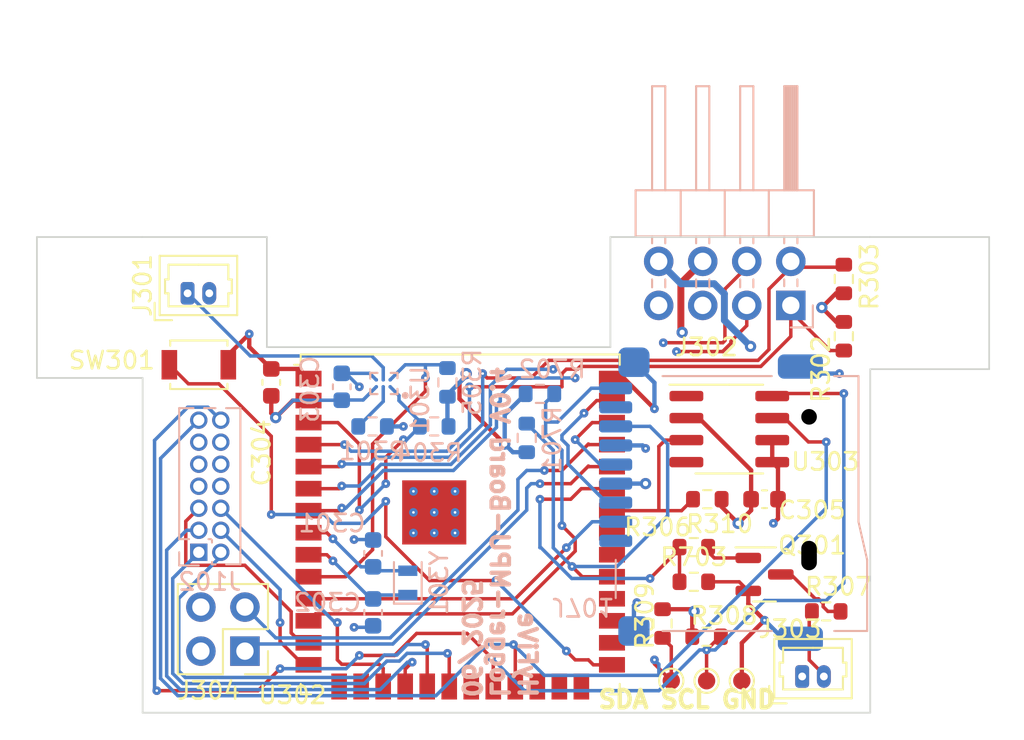
<source format=kicad_pcb>
(kicad_pcb (version 20241229) (generator "pcbnew") (generator_version "9.0")
  (layers (0 "F.Cu" signal) (4 "In1.Cu" power "In1.GND") (6 "In2.Cu" power "In2.PWR") (2 "B.Cu" signal) (13 "F.Paste" user) (15 "B.Paste" user) (5 "F.SilkS" user "F.Silkscreen") (7 "B.SilkS" user "B.Silkscreen") (1 "F.Mask" user) (3 "B.Mask" user) (25 "Edge.Cuts" user))
  (net 0 "")
  (net 1 "GND")
  (net 2 "+3V3")
  (net 3 "/MPU/I2C_BUS_SDA")
  (net 4 "/MPU/I2C_BUS_CLK")
  (net 5 "/MPU/Charge_Enable")
  (net 6 "+12V")
  (net 7 "+5V")
  (net 8 "/MPU/SD_V_SPI_CS")
  (net 9 "/MPU/SD_V_SPI_CLK")
  (net 10 "/MPU/SD_V_SPI_MISO")
  (net 11 "/MPU/~{PG}")
  (net 12 "/MPU/UART_RXD0")
  (net 13 "/MPU/UART_TXD0")
  (net 14 "/MPU/SD_V_SPI_MOSI")
  (net 15 "/MPU/~{STAT1}")
  (net 16 "/MPU/SD_CARD_DETECT")
  (net 17 "Net-(U302-IO15)")
  (net 18 "Net-(U302-IO16)")
  (net 19 "/MPU/~{STAT2}")
  (net 20 "/MPU/I2C_SMBus_SDA")
  (net 21 "/MPU/I2C_SMBus_SCL")
  (net 22 "/MPU/Interface_RST")
  (net 23 "/MPU/GPIO_Reserve_B2B")
  (net 25 "Net-(J301-Pin_1)")
  (net 26 "Net-(J303-Pin_2)")
  (net 29 "/MPU/RST")
  (net 30 "/MPU/LED_STATUS")
  (net 31 "/MPU/RTC_INTERRUPT")
  (net 32 "Net-(Q301-D)")
  (net 33 "Net-(Q301-G)")
  (net 34 "Net-(U301-SEL)")
  (net 35 "/MPU/ENABLE_12V")
  (net 36 "/MPU/ENABLE_5V")
  (net 37 "Net-(U301-{slash}SRESET)")
  (net 38 "Net-(U302-IO0)")
  (footprint "Package_SO:SOIC-8_3.9x4.9mm_P1.27mm" (layer "F.Cu") (at 199.442877 89.308012)
    (property "Reference" "U303")
    (property "Value" "DS3231MZ")
  )
  (footprint "Connector_PinHeader_2.54mm:PinHeader_2x02_P2.54mm_Vertical" (layer "F.Cu") (at 171.507877 102.113 180)
    (property "Reference" "J304")
    (property "Value" "Conn_02x02_Odd_Even")
  )
  (footprint "Resistor_SMD:R_0603_1608Metric" (layer "F.Cu") (at 198.172877 93.351012 180)
    (property "Reference" "R310")
    (property "Value" "10k")
  )
  (footprint "Resistor_SMD:R_0603_1608Metric" (layer "F.Cu") (at 206.046877 83.953012 -90)
    (property "Reference" "R302")
    (property "Value" "10k")
  )
  (footprint "MountingHole:MountingHole_3.2mm_M3_ISO7380" (layer "F.Cu") (at 211.299 81.28)
    (property "Reference" "H305" (hide yes))
    (property "Value" "MountingHole")
  )
  (footprint "Resistor_SMD:R_0603_1608Metric" (layer "F.Cu") (at 195.591877 100.521 -90)
    (property "Reference" "R309")
    (property "Value" "10k")
  )
  (footprint "Connector_Molex:Molex_PicoBlade_53047-0210_1x02_P1.25mm_Vertical" (layer "F.Cu") (at 168.200877 81.476)
    (property "Reference" "J301")
    (property "Value" "Conn_01x02")
  )
  (footprint "Resistor_SMD:R_0603_1608Metric" (layer "F.Cu") (at 198.131877 101.283)
    (property "Reference" "R308")
    (property "Value" "10k")
  )
  (footprint "Resistor_SMD:R_0603_1608Metric" (layer "F.Cu") (at 205.030877 99.822)
    (property "Reference" "R307")
    (property "Value" "75")
  )
  (footprint "Connector_Molex:Molex_PicoBlade_53047-0210_1x02_P1.25mm_Vertical" (layer "F.Cu") (at 203.643877 103.574)
    (property "Reference" "J303")
    (property "Value" "Conn_01x02")
  )
  (footprint "TestPoint:TestPoint_Pad_D1.0mm" (layer "F.Cu") (at 200.163877 103.823)
    (property "Reference" "TP303" (hide yes))
    (property "Value" "TestPoint")
  )
  (footprint "MountingHole:MountingHole_3.2mm_M3_ISO7380" (layer "F.Cu") (at 162.531 81.28)
    (property "Reference" "H303" (hide yes))
    (property "Value" "MountingHole")
  )
  (footprint "Resistor_SMD:R_0603_1608Metric" (layer "F.Cu") (at 197.395 96.114)
    (property "Reference" "R306")
    (property "Value" "47k")
  )
  (footprint "TestPoint:TestPoint_Pad_D1.0mm" (layer "F.Cu") (at 196.095877 103.823)
    (property "Reference" "TP302" (hide yes))
    (property "Value" "TestPoint")
  )
  (footprint "Resistor_SMD:R_0603_1608Metric" (layer "F.Cu") (at 206.046877 80.651012 90)
    (property "Reference" "R303")
    (property "Value" "10k")
  )
  (footprint "Package_TO_SOT_SMD:SOT-23" (layer "F.Cu") (at 201.474877 97.690012)
    (property "Reference" "Q301")
    (property "Value" "BSS138")
  )
  (footprint "Capacitor_SMD:C_0603_1608Metric" (layer "F.Cu") (at 173.026877 86.614 90)
    (property "Reference" "C304")
    (property "Value" "100nF 50V")
  )
  (footprint "Resistor_SMD:R_0603_1608Metric" (layer "F.Cu") (at 197.395 98.114)
    (property "Reference" "R703")
    (property "Value" "1M")
  )
  (footprint "Button_Switch_SMD:SW_SPST_B3U-1000P" (layer "F.Cu") (at 168.848877 85.598)
    (property "Reference" "SW301")
    (property "Value" "SW_Push")
  )
  (footprint "TestPoint:TestPoint_Pad_D1.0mm" (layer "F.Cu") (at 198.131877 103.823)
    (property "Reference" "TP301" (hide yes))
    (property "Value" "TestPoint")
  )
  (footprint "HER_Footprints:ESP32-S3-WROOM-1U" (layer "F.Cu") (at 174.924877 104.403012)
    (property "Reference" "U302")
    (property "Value" "ESP32-S3-WROOM-1U")
  )
  (footprint "Capacitor_SMD:C_0603_1608Metric" (layer "F.Cu") (at 201.474877 93.351012)
    (property "Reference" "C305")
    (property "Value" "100nF 50V")
  )
  (footprint "Capacitor_SMD:C_0603_1608Metric" (layer "B.Cu") (at 178.900881 99.877008 -90)
    (property "Reference" "C302")
    (property "Value" "20pF")
  )
  (footprint "Crystal:Crystal_SMD_TXC_9HT11-2Pin_2.0x1.2mm" (layer "B.Cu") (at 180.900877 98.177012 90)
    (property "Reference" "Y301")
    (property "Value" "Crystal")
  )
  (footprint "Connector_PinHeader_1.27mm:PinHeader_2x07_P1.27mm_Vertical" (layer "B.Cu") (at 168.845877 96.414012)
    (property "Reference" "J102")
    (property "Value" "FTS-107-01-F-D")
  )
  (footprint "Resistor_SMD:R_0603_1608Metric" (layer "B.Cu") (at 183.186877 86.614 90)
    (property "Reference" "R305")
    (property "Value" "10k")
  )
  (footprint "Resistor_SMD:R_0603_1608Metric" (layer "B.Cu") (at 182.424877 89.154 180)
    (property "Reference" "R304")
    (property "Value" "10k")
  )
  (footprint "Resistor_SMD:R_0603_1608Metric" (layer "B.Cu") (at 188.520877 87.276012)
    (property "Reference" "R702")
    (property "Value" "10k")
  )
  (footprint "MAX6071ANT25_T:WLP-6" (layer "B.Cu") (at 179.884877 86.868 90)
    (property "Reference" "U301")
    (property "Value" "MAX16125WTEG00+T")
  )
  (footprint "Connector_PinHeader_2.54mm:PinHeader_2x04_P2.54mm_Horizontal" (layer "B.Cu") (at 202.988877 82.175012 90)
    (property "Reference" "J302")
    (property "Value" "Conn_02x04_Counter_Clockwise")
  )
  (footprint "Capacitor_SMD:C_0603_1608Metric" (layer "B.Cu") (at 178.900881 96.47699 90)
    (property "Reference" "C301")
    (property "Value" "20pF")
  )
  (footprint "Resistor_SMD:R_0603_1608Metric" (layer "B.Cu") (at 178.868877 89.154)
    (property "Reference" "R301")
    (property "Value" "100k")
  )
  (footprint "Resistor_SMD:R_0603_1608Metric" (layer "B.Cu") (at 187.758877 89.816012 -90)
    (property "Reference" "R701")
    (property "Value" "10k")
  )
  (footprint "Capacitor_SMD:C_0603_1608Metric" (layer "B.Cu") (at 177.090877 86.868 90)
    (property "Reference" "C303")
    (property "Value" "100nF 50V")
  )
  (footprint "HER_Footprints:SD_CARD_693071020811" (layer "B.Cu") (at 192.891877 93.551012 -90)
    (property "Reference" "J701")
    (property "Value" "Micro_SD_Card_Det")
  )
  (gr_line (start 172.772877 84.582) (end 192.584877 84.582) (stroke (width 0.1)) (layer "Edge.Cuts"))
  (gr_line (start 207.548877 78.232) (end 214.428877 78.232) (stroke (width 0.1)) (layer "Edge.Cuts"))
  (gr_line (start 192.584877 78.232) (end 207.548877 78.232) (stroke (width 0.1)) (layer "Edge.Cuts"))
  (gr_line (start 214.428877 78.232) (end 214.428877 85.852) (stroke (width 0.1)) (layer "Edge.Cuts"))
  (gr_line (start 159.512 78.232) (end 159.512 86.36) (stroke (width 0.1)) (layer "Edge.Cuts"))
  (gr_line (start 214.428877 85.852) (end 207.570877 85.852) (stroke (width 0.1)) (layer "Edge.Cuts"))
  (gr_line (start 172.772877 84.582) (end 172.772877 78.232) (stroke (width 0.1)) (layer "Edge.Cuts"))
  (gr_line (start 207.570877 105.664) (end 165.608 105.664) (stroke (width 0.1)) (layer "Edge.Cuts"))
  (gr_line (start 165.572877 78.232) (end 172.772877 78.232) (stroke (width 0.1)) (layer "Edge.Cuts"))
  (gr_line (start 192.584877 84.582) (end 192.584877 78.232) (stroke (width 0.1)) (layer "Edge.Cuts"))
  (gr_line (start 207.570877 85.852) (end 207.570877 105.664) (stroke (width 0.1)) (layer "Edge.Cuts"))
  (gr_line (start 165.608 105.664) (end 165.608 86.36) (stroke (width 0.1)) (layer "Edge.Cuts"))
  (gr_line (start 159.512 86.36) (end 165.608 86.36) (stroke (width 0.1)) (layer "Edge.Cuts"))
  (gr_line (start 165.572877 78.232) (end 159.512 78.232) (stroke (width 0.1)) (layer "Edge.Cuts"))
  (gr_text "SDA SCL GND" (at 191.77 104.902 0) (layer "F.SilkS") (effects (font (size 1 1) (thickness 0.25)) (justify left)))
  (gr_text "HyFiVe\nLogger-MPU-Board V0.4\n06/2025" (at 186.182 104.902 270) (layer "B.SilkS") (effects (font (size 1 1) (thickness 0.25)) (justify left mirror)))
  (segment (start 200.537377 98.640012) (end 200.537377 99.3925) (width 0.25) (layer "F.Cu") (net 1))
  (segment (start 174.620865 85.839) (end 175.174877 86.393012) (width 0.25) (layer "F.Cu") (net 1))
  (segment (start 200.537377 99.3925) (end 201.474877 100.33) (width 0.25) (layer "F.Cu") (net 1))
  (segment (start 171.756877 83.82) (end 171.756877 84.569) (width 0.25) (layer "F.Cu") (net 1))
  (segment (start 171.756877 84.569) (end 173.026877 85.839) (width 0.25) (layer "F.Cu") (net 1))
  (segment (start 202.249877 91.545012) (end 201.917877 91.213012) (width 0.25) (layer "F.Cu") (net 1))
  (segment (start 193.379889 86.393012) (end 195.124877 88.138) (width 0.25) (layer "F.Cu") (net 1))
  (segment (start 201.917877 91.213012) (end 201.917877 89.943012) (width 0.25) (layer "F.Cu") (net 1))
  (segment (start 200.163877 103.823) (end 200.163877 101.641) (width 0.25) (layer "F.Cu") (net 1))
  (segment (start 202.249877 94.475) (end 201.982877 94.742) (width 0.25) (layer "F.Cu") (net 1))
  (segment (start 198.22 98.114) (end 200.011365 98.114) (width 0.2) (layer "F.Cu") (net 1))
  (segment (start 200.011365 98.114) (end 200.537377 98.640012) (width 0.2) (layer "F.Cu") (net 1))
  (segment (start 173.026877 85.839) (end 174.620865 85.839) (width 0.25) (layer "F.Cu") (net 1))
  (segment (start 192.670481 86.393012) (end 193.379889 86.393012) (width 0.25) (layer "F.Cu") (net 1))
  (segment (start 202.249877 93.351012) (end 202.249877 94.475) (width 0.25) (layer "F.Cu") (net 1))
  (segment (start 170.548877 85.028) (end 171.756877 83.82) (width 0.25) (layer "F.Cu") (net 1))
  (segment (start 202.249877 93.351012) (end 202.249877 91.545012) (width 0.25) (layer "F.Cu") (net 1))
  (segment (start 200.163877 101.641) (end 201.474877 100.33) (width 0.25) (layer "F.Cu") (net 1))
  (via (at 182.424877 95.298) (size 0.5) (drill 0.15) (layers "F.Cu" "B.Cu") (net 1))
  (via (at 201.982877 94.742) (size 0.5) (drill 0.15) (layers "F.Cu" "B.Cu") (net 1))
  (via (at 177.800878 100.739501) (size 0.5) (drill 0.15) (layers "F.Cu" "B.Cu") (net 1))
  (via (at 205.792877 86.106) (size 0.5) (drill 0.15) (layers "F.Cu" "B.Cu") (net 1))
  (via (at 194.108877 99.314) (size 0.5) (drill 0.15) (layers "F.Cu" "B.Cu") (net 1))
  (via (at 182.424877 94.113012) (size 0.5) (drill 0.15) (layers "F.Cu" "B.Cu") (net 1))
  (via (at 178.106877 86.868) (size 0.5) (drill 0.15) (layers "F.Cu" "B.Cu") (net 1))
  (via (at 183.624877 95.298) (size 0.5) (drill 0.15) (layers "F.Cu" "B.Cu") (net 1))
  (via (at 171.756877 83.82) (size 0.5) (drill 0.15) (layers "F.Cu" "B.Cu") (net 1))
  (via (at 181.224877 92.898) (size 0.5) (drill 0.15) (layers "F.Cu" "B.Cu") (net 1))
  (via (at 201.474877 100.33) (size 0.5) (drill 0.15) (layers "F.Cu" "B.Cu") (net 1))
  (via (at 181.224877 95.298) (size 0.5) (drill 0.15) (layers "F.Cu" "B.Cu") (net 1))
  (via (at 182.424877 92.898) (size 0.5) (drill 0.15) (layers "F.Cu" "B.Cu") (net 1))
  (via (at 183.624877 92.898) (size 0.5) (drill 0.15) (layers "F.Cu" "B.Cu") (net 1))
  (via (at 181.224877 94.113012) (size 0.5) (drill 0.15) (layers "F.Cu" "B.Cu") (net 1))
  (via (at 194.616877 90.424) (size 0.5) (drill 0.15) (layers "F.Cu" "B.Cu") (net 1))
  (via (at 195.124877 88.138) (size 0.5) (drill 0.15) (layers "F.Cu" "B.Cu") (net 1))
  (via (at 180.646877 89.154) (size 0.5) (drill 0.15) (layers "F.Cu" "B.Cu") (net 1))
  (via (at 177.800878 95.677001) (size 0.5) (drill 0.15) (layers "F.Cu" "B.Cu") (net 1))
  (via (at 183.624877 94.113012) (size 0.5) (drill 0.15) (layers "F.Cu" "B.Cu") (net 1))
  (segment (start 203.946865 86.106) (end 205.792877 86.106) (width 0.25) (layer "B.Cu") (net 1))
  (segment (start 193.941877 100.951012) (end 193.941877 99.481) (width 0.25) (layer "B.Cu") (net 1))
  (segment (start 195.124877 86.634012) (end 195.124877 88.138) (width 0.25) (layer "B.Cu") (net 1))
  (segment (start 179.693877 89.154) (end 180.646877 89.154) (width 0.25) (layer "B.Cu") (net 1))
  (segment (start 202.545889 101.401012) (end 201.474877 100.33) (width 0.25) (layer "B.Cu") (net 1))
  (segment (start 193.941877 99.481) (end 194.108877 99.314) (width 0.25) (layer "B.Cu") (net 1))
  (segment (start 192.891877 90.251012) (end 194.443889 90.251012) (width 0.25) (layer "B.Cu") (net 1))
  (segment (start 178.701 86.093) (end 177.090877 86.093) (width 0.2) (layer "B.Cu") (net 1))
  (segment (start 193.941877 85.451012) (end 195.124877 86.634012) (width 0.25) (layer "B.Cu") (net 1))
  (segment (start 178.900878 100.739501) (end 177.800878 100.739501) (width 0.2) (layer "B.Cu") (net 1))
  (segment (start 179.084877 86.468) (end 179.076 86.468) (width 0.2) (layer "B.Cu") (net 1))
  (segment (start 179.076 86.468) (end 178.701 86.093) (width 0.2) (layer "B.Cu") (net 1))
  (segment (start 177.331877 86.093) (end 178.106877 86.868) (width 0.2) (layer "B.Cu") (net 1))
  (segment (start 194.443889 90.251012) (end 194.616877 90.424) (width 0.25) (layer "B.Cu") (net 1))
  (segment (start 178.838378 95.677001) (end 177.800878 95.677001) (width 0.2) (layer "B.Cu") (net 1))
  (segment (start 200.699877 91.681) (end 197.691889 88.673012) (width 0.25) (layer "F.Cu") (net 2))
  (segment (start 195.591877 99.696) (end 197.284877 99.696) (width 0.25) (layer "F.Cu") (net 2))
  (segment (start 184.27 86.242395) (end 183.882366 86.630029) (width 0.25) (layer "F.Cu") (net 2))
  (segment (start 197.306877 101.283) (end 197.306877 99.926) (width 0.25) (layer "F.Cu") (net 2))
  (segment (start 206.046877 81.476012) (end 205.596865 81.476012) (width 0.25) (layer "F.Cu") (net 2))
  (segment (start 175.174877 87.663012) (end 174.263865 87.663012) (width 0.25) (layer "F.Cu") (net 2))
  (segment (start 198.997877 93.789) (end 199.950877 94.742) (width 0.25) (layer "F.Cu") (net 2))
  (segment (start 197.284877 99.696) (end 197.410877 99.822) (width 0.25) (layer "F.Cu") (net 2))
  (segment (start 205.596865 81.476012) (end 204.776877 82.296) (width 0.25) (layer "F.Cu") (net 2))
  (segment (start 205.608889 83.128012) (end 204.776877 82.296) (width 0.25) (layer "F.Cu") (net 2))
  (segment (start 183.882366 87.563489) (end 186.488877 90.17) (width 0.25) (layer "F.Cu") (net 2))
  (segment (start 200.699877 93.993) (end 199.950877 94.742) (width 0.25) (layer "F.Cu") (net 2))
  (segment (start 173.026877 87.389) (end 173.026877 88.392) (width 0.25) (layer "F.Cu") (net 2))
  (segment (start 174.263865 87.663012) (end 173.280877 88.646) (width 0.25) (layer "F.Cu") (net 2))
  (segment (start 184.27 86.10652) (end 184.27 86.242395) (width 0.25) (layer "F.Cu") (net 2))
  (segment (start 200.699877 93.351012) (end 200.699877 93.993) (width 0.25) (layer "F.Cu") (net 2))
  (segment (start 198.997877 93.351012) (end 198.997877 93.789) (width 0.25) (layer "F.Cu") (net 2))
  (segment (start 173.026877 88.392) (end 173.280877 88.646) (width 0.25) (layer "F.Cu") (net 2))
  (segment (start 206.046877 83.128012) (end 205.608889 83.128012) (width 0.25) (layer "F.Cu") (net 2))
  (segment (start 200.699877 93.351012) (end 200.699877 91.681) (width 0.25) (layer "F.Cu") (net 2))
  (segment (start 197.306877 99.926) (end 197.410877 99.822) (width 0.25) (layer "F.Cu") (net 2))
  (segment (start 183.882366 86.630029) (end 183.882366 87.563489) (width 0.25) (layer "F.Cu") (net 2))
  (via (at 173.280877 88.646) (size 0.65) (drill 0.3) (layers "F.Cu" "B.Cu") (net 2))
  (via (at 194.611889 92.451012) (size 0.65) (drill 0.3) (layers "F.Cu" "B.Cu") (net 2))
  (via (at 184.27 86.10652) (size 0.65) (drill 0.3) (layers "F.Cu" "B.Cu") (net 2))
  (via (at 204.776877 82.296) (size 0.65) (drill 0.3) (layers "F.Cu" "B.Cu") (net 2))
  (via (at 199.950877 94.742) (size 0.65) (drill 0.3) (layers "F.Cu" "B.Cu") (net 2))
  (via (at 186.488877 90.17) (size 0.65) (drill 0.3) (layers "F.Cu" "B.Cu") (net 2))
  (via (at 197.410877 99.822) (size 0.65) (drill 0.3) (layers "F.Cu" "B.Cu") (net 2))
  (via (at 200.666404 84.539526) (size 0.65) (drill 0.3) (layers "F.Cu" "B.Cu") (net 2))
  (segment (start 184.27 86.242395) (end 183.186877 87.325518) (width 0.25) (layer "B.Cu") (net 2))
  (segment (start 187.758877 90.641012) (end 186.959889 90.641012) (width 0.25) (layer "B.Cu") (net 2))
  (segment (start 179.084877 86.868) (end 178.322877 87.63) (width 0.2) (layer "B.Cu") (net 2))
  (segment (start 199.158388 81.507511) (end 199.158388 83.031511) (width 0.4) (layer "B.Cu") (net 2))
  (segment (start 184.27 86.10652) (end 184.27 86.242395) (width 0.25) (layer "B.Cu") (net 2))
  (segment (start 196.659366 80.925501) (end 198.576378 80.925501) (width 0.4) (layer "B.Cu") (net 2))
  (segment (start 198.576378 80.925501) (end 199.158388 81.507511) (width 0.4) (layer "B.Cu") (net 2))
  (segment (start 174.283877 87.643) (end 173.280877 88.646) (width 0.2) (layer "B.Cu") (net 2))
  (segment (start 186.488877 88.483012) (end 186.488877 90.17) (width 0.25) (layer "B.Cu") (net 2))
  (segment (start 183.186877 87.439) (end 183.186877 89.091) (width 0.25) (layer "B.Cu") (net 2))
  (segment (start 186.959889 90.641012) (end 186.488877 90.17) (width 0.25) (layer "B.Cu") (net 2))
  (segment (start 178.322877 87.63) (end 177.103877 87.63) (width 0.2) (layer "B.Cu") (net 2))
  (segment (start 199.158388 83.031511) (end 200.666404 84.539526) (width 0.4) (layer "B.Cu") (net 2))
  (segment (start 177.090877 87.643) (end 174.283877 87.643) (width 0.2) (layer "B.Cu") (net 2))
  (segment (start 192.891877 92.451012) (end 194.611889 92.451012) (width 0.25) (layer "B.Cu") (net 2))
  (segment (start 187.695877 87.276012) (end 186.488877 88.483012) (width 0.25) (layer "B.Cu") (net 2))
  (segment (start 177.103877 87.63) (end 177.090877 87.643) (width 0.2) (layer "B.Cu") (net 2))
  (segment (start 195.368877 79.635012) (end 196.659366 80.925501) (width 0.4) (layer "B.Cu") (net 2))
  (segment (start 201.258388 85.693501) (end 190.846794 85.693501) (width 0.2) (layer "F.Cu") (net 3))
  (segment (start 190.688295 85.852) (end 190.044877 85.852) (width 0.2) (layer "F.Cu") (net 3))
  (segment (start 202.988877 83.963012) (end 201.258388 85.693501) (width 0.2) (layer "F.Cu") (net 3))
  (segment (start 205.254877 84.778012) (end 202.988877 82.512012) (width 0.2) (layer "F.Cu") (net 3))
  (segment (start 175.174877 90.203012) (end 177.244877 90.203012) (width 0.2) (layer "F.Cu") (net 3))
  (segment (start 206.046877 84.778012) (end 205.254877 84.778012) (width 0.2) (layer "F.Cu") (net 3))
  (segment (start 189.790877 86.868) (end 184.456877 86.868) (width 0.2) (layer "F.Cu") (net 3))
  (segment (start 189.790877 86.106) (end 189.790877 86.868) (width 0.2) (layer "F.Cu") (net 3))
  (segment (start 202.988877 82.512012) (end 202.988877 83.963012) (width 0.2) (layer "F.Cu") (net 3))
  (segment (start 190.044877 85.852) (end 189.790877 86.106) (width 0.2) (layer "F.Cu") (net 3))
  (segment (start 190.846794 85.693501) (end 190.688295 85.852) (width 0.2) (layer "F.Cu") (net 3))
  (via (at 177.244877 90.203012) (size 0.5) (drill 0.15) (layers "F.Cu" "B.Cu") (net 3))
  (via (at 184.456877 86.868) (size 0.5) (drill 0.15) (layers "F.Cu" "B.Cu") (net 3))
  (segment (start 183.161409 90.58248) (end 184.456877 89.287012) (width 0.2) (layer "B.Cu") (net 3))
  (segment (start 177.624345 90.58248) (end 183.161409 90.58248) (width 0.2) (layer "B.Cu") (net 3))
  (segment (start 184.456877 89.287012) (end 184.456877 86.868) (width 0.2) (layer "B.Cu") (net 3))
  (segment (start 177.244877 90.203012) (end 177.624345 90.58248) (width 0.2) (layer "B.Cu") (net 3))
  (segment (start 201.728877 81.232012) (end 201.728877 84.715012) (width 0.2) (layer "F.Cu") (net 4))
  (segment (start 201.099908 85.343981) (end 189.028896 85.343981) (width 0.2) (layer "F.Cu") (net 4))
  (segment (start 201.728877 84.715012) (end 201.099908 85.343981) (width 0.2) (layer "F.Cu") (net 4))
  (segment (start 176.936877 91.473012) (end 177.090877 91.319012) (width 0.2) (layer "F.Cu") (net 4))
  (segment (start 185.472877 86.36) (end 185.218877 86.106) (width 0.2) (layer "F.Cu") (net 4))
  (segment (start 202.988877 79.972012) (end 201.728877 81.232012) (width 0.2) (layer "F.Cu") (net 4))
  (segment (start 189.028896 85.343981) (end 188.012877 86.36) (width 0.2) (layer "F.Cu") (net 4))
  (segment (start 205.900877 79.972012) (end 202.988877 79.972012) (width 0.2) (layer "F.Cu") (net 4))
  (segment (start 188.012877 86.36) (end 185.472877 86.36) (width 0.2) (layer "F.Cu") (net 4))
  (segment (start 175.174877 91.473012) (end 176.936877 91.473012) (width 0.2) (layer "F.Cu") (net 4))
  (via (at 185.218877 86.106) (size 0.5) (drill 0.15) (layers "F.Cu" "B.Cu") (net 4))
  (via (at 177.090877 91.319012) (size 0.5) (drill 0.15) (layers "F.Cu" "B.Cu") (net 4))
  (segment (start 179.097409 90.932) (end 183.306185 90.932) (width 0.2) (layer "B.Cu") (net 4))
  (segment (start 177.090877 91.319012) (end 178.710397 91.319012) (width 0.2) (layer "B.Cu") (net 4))
  (segment (start 185.218877 89.019308) (end 185.218877 86.106) (width 0.2) (layer "B.Cu") (net 4))
  (segment (start 178.710397 91.319012) (end 179.097409 90.932) (width 0.2) (layer "B.Cu") (net 4))
  (segment (start 183.306185 90.932) (end 185.218877 89.019308) (width 0.2) (layer "B.Cu") (net 4))
  (segment (start 180.749877 103.154012) (end 181.154877 102.749012) (width 0.2) (layer "F.Cu") (net 5))
  (segment (start 180.749877 104.153012) (end 180.749877 103.154012) (width 0.2) (layer "F.Cu") (net 5))
  (via (at 181.154877 102.749012) (size 0.5) (drill 0.15) (layers "F.Cu" "B.Cu") (net 5))
  (segment (start 179.303838 104.331039) (end 180.830877 102.804) (width 0.2) (layer "B.Cu") (net 5))
  (segment (start 166.993839 103.546567) (end 167.778316 104.331039) (width 0.2) (layer "B.Cu") (net 5))
  (segment (start 166.993838 96.288945) (end 166.993839 103.546567) (width 0.2) (layer "B.Cu") (net 5))
  (segment (start 168.138771 95.144012) (end 166.993838 96.288945) (width 0.2) (layer "B.Cu") (net 5))
  (segment (start 167.778316 104.331039) (end 179.303838 104.331039) (width 0.2) (layer "B.Cu") (net 5))
  (segment (start 180.830877 102.804) (end 180.885865 102.749012) (width 0.2) (layer "B.Cu") (net 5))
  (segment (start 180.885865 102.749012) (end 181.154877 102.749012) (width 0.2) (layer "B.Cu") (net 5))
  (segment (start 168.845877 95.144012) (end 168.138771 95.144012) (width 0.2) (layer "B.Cu") (net 5))
  (segment (start 196.648877 80.895012) (end 196.648877 83.655688) (width 0.4) (layer "F.Cu") (net 6))
  (segment (start 197.908877 79.635012) (end 196.721689 80.8222) (width 0.4) (layer "F.Cu") (net 6))
  (segment (start 196.648877 83.655688) (end 196.721689 83.7285) (width 0.4) (layer "F.Cu") (net 6))
  (segment (start 196.721689 80.8222) (end 196.648877 80.895012) (width 0.4) (layer "F.Cu") (net 6))
  (via (at 196.721689 83.7285) (size 0.65) (drill 0.3) (layers "F.Cu" "B.Cu") (net 6))
  (segment (start 187.096877 99.093012) (end 190.044877 96.145012) (width 0.2) (layer "F.Cu") (net 8))
  (segment (start 175.174877 99.093012) (end 187.096877 99.093012) (width 0.2) (layer "F.Cu") (net 8))
  (via (at 190.044877 96.145012) (size 0.5) (drill 0.15) (layers "F.Cu" "B.Cu") (net 8))
  (segment (start 191.538877 94.651012) (end 190.044877 96.145012) (width 0.2) (layer "B.Cu") (net 8))
  (segment (start 192.891877 94.651012) (end 191.538877 94.651012) (width 0.2) (layer "B.Cu") (net 8))
  (segment (start 191.535865 88.933012) (end 190.552877 89.916) (width 0.2) (layer "F.Cu") (net 9))
  (segment (start 192.674877 88.933012) (end 191.535865 88.933012) (width 0.2) (layer "F.Cu") (net 9))
  (via (at 190.552877 89.916) (size 0.5) (drill 0.15) (layers "F.Cu" "B.Cu") (net 9))
  (segment (start 190.552877 89.916) (end 191.987889 91.351012) (width 0.2) (layer "B.Cu") (net 9))
  (segment (start 191.987889 91.351012) (end 192.891877 91.351012) (width 0.2) (layer "B.Cu") (net 9))
  (segment (start 192.674877 97.823012) (end 190.960877 97.823012) (width 0.2) (layer "F.Cu") (net 10))
  (segment (start 190.960877 97.823012) (end 190.370285 97.23242) (width 0.2) (layer "F.Cu") (net 10))
  (via (at 190.370285 97.23242) (size 0.5) (drill 0.15) (layers "F.Cu" "B.Cu") (net 10))
  (segment (start 192.891877 89.151012) (end 194.867889 89.151012) (width 0.2) (layer "B.Cu") (net 10))
  (segment (start 192.96083 97.23242) (end 190.370285 97.23242) (width 0.2) (layer "B.Cu") (net 10))
  (segment (start 195.886877 90.17) (end 195.886877 94.306373) (width 0.2) (layer "B.Cu") (net 10))
  (segment (start 187.758877 88.991012) (end 189.291366 90.523501) (width 0.2) (layer "B.Cu") (net 10))
  (segment (start 194.867889 89.151012) (end 195.886877 90.17) (width 0.2) (layer "B.Cu") (net 10))
  (segment (start 195.886877 94.306373) (end 192.96083 97.23242) (width 0.2) (layer "B.Cu") (net 10))
  (segment (start 189.291366 96.153501) (end 190.370285 97.23242) (width 0.2) (layer "B.Cu") (net 10))
  (segment (start 189.291366 90.523501) (end 189.291366 96.153501) (width 0.2) (layer "B.Cu") (net 10))
  (segment (start 174.874877 102.903012) (end 173.534877 101.563012) (width 0.2) (layer "F.Cu") (net 11))
  (segment (start 173.534877 101.563012) (end 173.534877 100.463012) (width 0.2) (layer "F.Cu") (net 11))
  (via (at 173.534877 100.463012) (size 0.5) (drill 0.15) (layers "F.Cu" "B.Cu") (net 11))
  (segment (start 170.115877 95.144012) (end 173.534877 98.563012) (width 0.2) (layer "B.Cu") (net 11))
  (segment (start 173.534877 98.563012) (end 173.534877 100.463012) (width 0.2) (layer "B.Cu") (net 11))
  (segment (start 190.298877 92.456) (end 191.314877 91.44) (width 0.2) (layer "F.Cu") (net 12))
  (segment (start 191.314877 91.44) (end 191.347889 91.473012) (width 0.2) (layer "F.Cu") (net 12))
  (segment (start 188.520877 92.456) (end 190.298877 92.456) (width 0.2) (layer "F.Cu") (net 12))
  (segment (start 191.347889 91.473012) (end 192.674877 91.473012) (width 0.2) (layer "F.Cu") (net 12))
  (via (at 188.520877 92.456) (size 0.5) (drill 0.15) (layers "F.Cu" "B.Cu") (net 12))
  (segment (start 187.758877 92.71) (end 188.012877 92.456) (width 0.2) (layer "B.Cu") (net 12))
  (segment (start 171.919829 101.701048) (end 180.037829 101.701048) (width 0.2) (layer "B.Cu") (net 12))
  (segment (start 187.758877 93.98) (end 187.758877 92.71) (width 0.2) (layer "B.Cu") (net 12))
  (segment (start 188.012877 92.456) (end 188.520877 92.456) (width 0.2) (layer "B.Cu") (net 12))
  (segment (start 180.037829 101.701048) (end 187.758877 93.98) (width 0.2) (layer "B.Cu") (net 12))
  (segment (start 191.347889 90.203012) (end 192.674877 90.203012) (width 0.2) (layer "F.Cu") (net 13))
  (segment (start 189.790877 91.694) (end 191.314877 90.17) (width 0.2) (layer "F.Cu") (net 13))
  (segment (start 188.774877 91.694) (end 189.790877 91.694) (width 0.2) (layer "F.Cu") (net 13))
  (segment (start 191.314877 90.17) (end 191.347889 90.203012) (width 0.2) (layer "F.Cu") (net 13))
  (via (at 188.774877 91.694) (size 0.5) (drill 0.15) (layers "F.Cu" "B.Cu") (net 13))
  (segment (start 171.507877 99.573) (end 173.286405 101.351528) (width 0.2) (layer "B.Cu") (net 13))
  (segment (start 187.250877 92.202) (end 187.758877 91.694) (width 0.2) (layer "B.Cu") (net 13))
  (segment (start 179.879349 101.351528) (end 187.250877 93.98) (width 0.2) (layer "B.Cu") (net 13))
  (segment (start 187.758877 91.694) (end 188.774877 91.694) (width 0.2) (layer "B.Cu") (net 13))
  (segment (start 173.286405 101.351528) (end 179.879349 101.351528) (width 0.2) (layer "B.Cu") (net 13))
  (segment (start 187.250877 93.98) (end 187.250877 92.202) (width 0.2) (layer "B.Cu") (net 13))
  (segment (start 191.789865 87.663012) (end 192.674877 87.663012) (width 0.2) (layer "F.Cu") (net 14))
  (segment (start 191.060877 88.392) (end 191.789865 87.663012) (width 0.2) (layer "F.Cu") (net 14))
  (via (at 191.060877 88.392) (size 0.5) (drill 0.15) (layers "F.Cu" "B.Cu") (net 14))
  (segment (start 189.790877 89.916) (end 189.790877 89.662) (width 0.2) (layer "B.Cu") (net 14))
  (segment (start 190.140397 90.26552) (end 189.790877 89.916) (width 0.2) (layer "B.Cu") (net 14))
  (segment (start 192.370805 93.551012) (end 190.140397 91.320604) (width 0.2) (layer "B.Cu") (net 14))
  (segment (start 190.140397 91.320604) (end 190.140397 90.26552) (width 0.2) (layer "B.Cu") (net 14))
  (segment (start 189.790877 89.662) (end 191.060877 88.392) (width 0.2) (layer "B.Cu") (net 14))
  (segment (start 177.090877 102.87) (end 176.836877 102.616) (width 0.2) (layer "F.Cu") (net 15))
  (segment (start 179.479877 104.153012) (end 179.479877 103.106012) (width 0.2) (layer "F.Cu") (net 15))
  (segment (start 179.479877 103.106012) (end 179.243865 102.87) (width 0.2) (layer "F.Cu") (net 15))
  (segment (start 176.836877 102.616) (end 176.836877 100.463012) (width 0.2) (layer "F.Cu") (net 15))
  (segment (start 179.243865 102.87) (end 177.090877 102.87) (width 0.2) (layer "F.Cu") (net 15))
  (via (at 176.836877 100.463012) (size 0.5) (drill 0.15) (layers "F.Cu" "B.Cu") (net 15))
  (segment (start 170.115877 93.874012) (end 176.704877 100.463012) (width 0.2) (layer "B.Cu") (net 15))
  (segment (start 176.704877 100.463012) (end 176.836877 100.463012) (width 0.2) (layer "B.Cu") (net 15))
  (segment (start 190.552877 96.343428) (end 190.552877 95.637012) (width 0.2) (layer "F.Cu") (net 16))
  (segment (start 175.174877 100.363012) (end 175.574388 99.963501) (width 0.2) (layer "F.Cu") (net 16))
  (segment (start 186.932804 99.963501) (end 190.552877 96.343428) (width 0.2) (layer "F.Cu") (net 16))
  (segment (start 175.574388 99.963501) (end 186.932804 99.963501) (width 0.2) (layer "F.Cu") (net 16))
  (segment (start 190.552877 95.637012) (end 189.790877 94.875012) (width 0.2) (layer "F.Cu") (net 16))
  (via (at 189.790877 94.875012) (size 0.5) (drill 0.15) (layers "F.Cu" "B.Cu") (net 16))
  (segment (start 189.790877 90.528717) (end 189.790877 94.875012) (width 0.2) (layer "B.Cu") (net 16))
  (segment (start 188.849518 89.587358) (end 189.790877 90.528717) (width 0.2) (layer "B.Cu") (net 16))
  (segment (start 188.849518 87.772371) (end 188.849518 89.587358) (width 0.2) (layer "B.Cu") (net 16))
  (segment (start 191.485865 86.951012) (end 189.536877 88.9) (width 0.2) (layer "B.Cu") (net 16))
  (segment (start 189.536877 88.9) (end 188.849518 88.9) (width 0.2) (layer "B.Cu") (net 16))
  (segment (start 189.345877 87.276012) (end 188.849518 87.772371) (width 0.2) (layer "B.Cu") (net 16))
  (segment (start 192.891877 86.951012) (end 191.485865 86.951012) (width 0.2) (layer "B.Cu") (net 16))
  (segment (start 175.174877 95.283012) (end 176.228877 95.283012) (width 0.2) (layer "F.Cu") (net 17))
  (segment (start 176.228877 95.283012) (end 176.582877 95.637012) (width 0.2) (layer "F.Cu") (net 17))
  (via (at 176.582877 95.637012) (size 0.5) (drill 0.15) (layers "F.Cu" "B.Cu") (net 17))
  (segment (start 178.197855 97.25199) (end 178.900881 97.25199) (width 0.2) (layer "B.Cu") (net 17))
  (segment (start 176.582877 95.637012) (end 178.197855 97.25199) (width 0.2) (layer "B.Cu") (net 17))
  (segment (start 179.125903 97.477012) (end 180.900877 97.477012) (width 0.2) (layer "B.Cu") (net 17))
  (segment (start 176.228877 96.553012) (end 176.582877 96.907012) (width 0.2) (layer "F.Cu") (net 18))
  (segment (start 175.174877 96.553012) (end 176.228877 96.553012) (width 0.2) (layer "F.Cu") (net 18))
  (via (at 176.582877 96.907012) (size 0.5) (drill 0.15) (layers "F.Cu" "B.Cu") (net 18))
  (segment (start 179.125877 98.877012) (end 180.900877 98.877012) (width 0.2) (layer "B.Cu") (net 18))
  (segment (start 176.582877 96.907012) (end 178.777873 99.102008) (width 0.2) (layer "B.Cu") (net 18))
  (segment (start 174.175366 101.062523) (end 174.745855 101.633012) (width 0.2) (layer "F.Cu") (net 19))
  (segment (start 168.096366 97.163523) (end 171.505388 97.163523) (width 0.2) (layer "F.Cu") (net 19))
  (segment (start 168.845877 93.874012) (end 168.096366 94.623523) (width 0.2) (layer "F.Cu") (net 19))
  (segment (start 171.505388 97.163523) (end 174.175366 99.833501) (width 0.2) (layer "F.Cu") (net 19))
  (segment (start 168.096366 94.623523) (end 168.096366 97.163523) (width 0.2) (layer "F.Cu") (net 19))
  (segment (start 174.175366 99.833501) (end 174.175366 101.062523) (width 0.2) (layer "F.Cu") (net 19))
  (segment (start 202.293883 88.779012) (end 202.735012 88.779012) (width 0.2) (layer "F.Cu") (net 20))
  (segment (start 204.005012 90.049012) (end 205.030877 90.049012) (width 0.2) (layer "F.Cu") (net 20))
  (segment (start 202.735012 88.779012) (end 204.005012 90.049012) (width 0.2) (layer "F.Cu") (net 20))
  (segment (start 187.099877 101.836012) (end 186.996877 101.733012) (width 0.2) (layer "F.Cu") (net 20))
  (segment (start 196.095877 101.85) (end 196.095877 103.823) (width 0.2) (layer "F.Cu") (net 20))
  (segment (start 195.124877 102.616) (end 195.124877 102.852) (width 0.2) (layer "F.Cu") (net 20))
  (segment (start 195.591877 101.346) (end 196.095877 101.85) (width 0.2) (layer "F.Cu") (net 20))
  (segment (start 195.124877 102.852) (end 196.095877 103.823) (width 0.2) (layer "F.Cu") (net 20))
  (segment (start 187.099877 104.153012) (end 187.099877 101.836012) (width 0.2) (layer "F.Cu") (net 20))
  (via (at 195.124877 102.616) (size 0.5) (drill 0.15) (layers "F.Cu" "B.Cu") (net 20))
  (via (at 186.996877 101.733012) (size 0.5) (drill 0.15) (layers "F.Cu" "B.Cu") (net 20))
  (via (at 205.030877 90.049012) (size 0.5) (drill 0.15) (layers "F.Cu" "B.Cu") (net 20))
  (segment (start 168.845877 88.794012) (end 166.644319 90.99557) (width 0.2) (layer "B.Cu") (net 20))
  (segment (start 205.030877 90.049012) (end 205.030877 93.859012) (width 0.2) (layer "B.Cu") (net 20))
  (segment (start 167.633541 104.680559) (end 182.52533 104.680559) (width 0.2) (layer "B.Cu") (net 20))
  (segment (start 185.472877 101.733012) (end 186.996877 101.733012) (width 0.2) (layer "B.Cu") (net 20))
  (segment (start 205.030877 93.859012) (end 195.378877 103.511012) (width 0.2) (layer "B.Cu") (net 20))
  (segment (start 188.774877 103.511012) (end 186.996877 101.733012) (width 0.2) (layer "B.Cu") (net 20))
  (segment (start 166.64432 103.691345) (end 167.633541 104.680559) (width 0.2) (layer "B.Cu") (net 20))
  (segment (start 195.378877 102.87) (end 195.124877 102.616) (width 0.2) (layer "B.Cu") (net 20))
  (segment (start 166.644319 90.99557) (end 166.64432 103.691345) (width 0.2) (layer "B.Cu") (net 20))
  (segment (start 182.52533 104.680559) (end 185.472877 101.733012) (width 0.2) (layer "B.Cu") (net 20))
  (segment (start 195.378877 103.511012) (end 195.378877 102.87) (width 0.2) (layer "B.Cu") (net 20))
  (segment (start 195.378877 103.511012) (end 188.774877 103.511012) (width 0.2) (layer "B.Cu") (net 20))
  (segment (start 172.264877 104.394) (end 173.534877 103.124) (width 0.2) (layer "F.Cu") (net 21))
  (segment (start 184.323865 101.092) (end 185.726877 102.495012) (width 0.2) (layer "F.Cu") (net 21))
  (segment (start 178.106877 102.362) (end 180.138877 102.362) (width 0.2) (layer "F.Cu") (net 21))
  (segment (start 166.422877 104.394) (end 172.264877 104.394) (width 0.2) (layer "F.Cu") (net 21))
  (segment (start 185.829877 104.153012) (end 185.829877 102.598012) (width 0.2) (layer "F.Cu") (net 21))
  (segment (start 202.335883 87.255012) (end 206.046877 87.255012) (width 0.2) (layer "F.Cu") (net 21))
  (segment (start 185.829877 102.598012) (end 185.726877 102.495012) (width 0.2) (layer "F.Cu") (net 21))
  (segment (start 181.408877 101.092) (end 184.323865 101.092) (width 0.2) (layer "F.Cu") (net 21))
  (segment (start 198.893877 101.283) (end 198.131877 102.045) (width 0.2) (layer "F.Cu") (net 21))
  (segment (start 180.138877 102.362) (end 181.408877 101.092) (width 0.2) (layer "F.Cu") (net 21))
  (segment (start 198.131877 103.823) (end 198.131877 102.045) (width 0.2) (layer "F.Cu") (net 21))
  (via (at 185.726877 102.495012) (size 0.5) (drill 0.15) (layers "F.Cu" "B.Cu") (net 21))
  (via (at 198.131877 102.045) (size 0.5) (drill 0.15) (layers "F.Cu" "B.Cu") (net 21))
  (via (at 178.106877 102.362) (size 0.5) (drill 0.15) (layers "F.Cu" "B.Cu") (net 21))
  (via (at 206.046877 87.255012) (size 0.5) (drill 0.15) (layers "F.Cu" "B.Cu") (net 21))
  (via (at 173.534877 103.124) (size 0.5) (drill 0.15) (layers "F.Cu" "B.Cu") (net 21))
  (via (at 166.422877 104.394) (size 0.5) (drill 0.15) (layers "F.Cu" "B.Cu") (net 21))
  (segment (start 195.378877 104.394) (end 187.625865 104.394) (width 0.2) (layer "B.Cu") (net 21))
  (segment (start 206.046877 98.177012) (end 205.030877 99.193012) (width 0.2) (layer "B.Cu") (net 21))
  (segment (start 166.294801 104.265924) (end 166.422877 104.394) (width 0.2) (layer "B.Cu") (net 21))
  (segment (start 166.2948 89.959257) (end 166.294801 104.265924) (width 0.2) (layer "B.Cu") (net 21))
  (segment (start 205.030877 99.193012) (end 201.474877 99.193012) (width 0.2) (layer "B.Cu") (net 21))
  (segment (start 187.625865 104.394) (end 185.726877 102.495012) (width 0.2) (layer "B.Cu") (net 21))
  (segment (start 177.344877 103.124) (end 178.106877 102.362) (width 0.2) (layer "B.Cu") (net 21))
  (segment (start 201.474877 99.193012) (end 198.622889 102.045) (width 0.2) (layer "B.Cu") (net 21))
  (segment (start 168.209556 88.044501) (end 166.2948 89.959257) (width 0.2) (layer "B.Cu") (net 21))
  (segment (start 198.622889 102.045) (end 197.727877 102.045) (width 0.2) (layer "B.Cu") (net 21))
  (segment (start 173.534877 103.124) (end 177.344877 103.124) (width 0.2) (layer "B.Cu") (net 21))
  (segment (start 206.046877 87.255012) (end 206.046877 98.177012) (width 0.2) (layer "B.Cu") (net 21))
  (segment (start 169.366366 88.044501) (end 168.209556 88.044501) (width 0.2) (layer "B.Cu") (net 21))
  (segment (start 170.115877 88.794012) (end 169.366366 88.044501) (width 0.2) (layer "B.Cu") (net 21))
  (segment (start 197.727877 102.045) (end 195.378877 104.394) (width 0.2) (layer "B.Cu") (net 21))
  (segment (start 199.538396 84.351789) (end 199.054185 84.836) (width 0.2) (layer "F.Cu") (net 22))
  (segment (start 199.054185 84.836) (end 196.394877 84.836) (width 0.2) (layer "F.Cu") (net 22))
  (segment (start 199.538397 84.245603) (end 199.538396 84.351789) (width 0.2) (layer "F.Cu") (net 22))
  (segment (start 200.448877 82.512012) (end 200.448877 83.335123) (width 0.2) (layer "F.Cu") (net 22))
  (segment (start 176.936877 94.013012) (end 177.090877 93.859012) (width 0.2) (layer "F.Cu") (net 22))
  (segment (start 175.174877 94.013012) (end 176.936877 94.013012) (width 0.2) (layer "F.Cu") (net 22))
  (segment (start 200.448877 83.335123) (end 199.538397 84.245603) (width 0.2) (layer "F.Cu") (net 22))
  (via (at 190.552877 86.36) (size 0.5) (drill 0.15) (layers "F.Cu" "B.Cu") (net 22))
  (via (at 177.090877 93.859012) (size 0.5) (drill 0.15) (layers "F.Cu" "B.Cu") (net 22))
  (via (at 196.394877 84.836) (size 0.5) (drill 0.15) (layers "F.Cu" "B.Cu") (net 22))
  (segment (start 179.496185 91.694) (end 177.331173 93.859012) (width 0.2) (layer "B.Cu") (net 22))
  (segment (start 186.234877 87.376) (end 186.234877 87.696512) (width 0.2) (layer "B.Cu") (net 22))
  (segment (start 187.250877 86.36) (end 186.234877 87.376) (width 0.2) (layer "B.Cu") (net 22))
  (segment (start 177.331173 93.859012) (end 177.090877 93.859012) (width 0.2) (layer "B.Cu") (net 22))
  (segment (start 183.532776 91.694) (end 186.013436 89.21334) (width 0.2) (layer "B.Cu") (net 22))
  (segment (start 186.234877 87.696512) (end 186.013437 87.917952) (width 0.2) (layer "B.Cu") (net 22))
  (segment (start 183.532776 91.694) (end 179.496185 91.694) (width 0.2) (layer "B.Cu") (net 22))
  (segment (start 186.013437 87.917952) (end 186.013436 89.21334) (width 0.2) (layer "B.Cu") (net 22))
  (segment (start 190.552877 86.36) (end 187.250877 86.36) (width 0.2) (layer "B.Cu") (net 22))
  (segment (start 175.174877 92.743012) (end 176.936877 92.743012) (width 0.2) (layer "F.Cu") (net 23))
  (segment (start 176.936877 92.743012) (end 177.090877 92.589012) (width 0.2) (layer "F.Cu") (net 23))
  (segment (start 199.067889 84.328) (end 195.632877 84.328) (width 0.2) (layer "F.Cu") (net 23))
  (segment (start 200.448877 79.972012) (end 199.188877 81.232012) (width 0.2) (layer "F.Cu") (net 23))
  (segment (start 199.188877 84.207012) (end 199.067889 84.328) (width 0.2) (layer "F.Cu") (net 23))
  (segment (start 199.188877 81.232012) (end 199.188877 84.207012) (width 0.2) (layer "F.Cu") (net 23))
  (via (at 177.090877 92.589012) (size 0.5) (drill 0.15) (layers "F.Cu" "B.Cu") (net 23))
  (via (at 189.282877 85.8605) (size 0.5) (drill 0.15) (layers "F.Cu" "B.Cu") (net 23))
  (via (at 195.632877 84.328) (size 0.5) (drill 0.15) (layers "F.Cu" "B.Cu") (net 23))
  (segment (start 179.35141 91.34448) (end 178.106877 92.589012) (width 0.2) (layer "B.Cu") (net 23))
  (segment (start 189.282877 85.8605) (end 186.613389 85.8605) (width 0.2) (layer "B.Cu") (net 23))
  (segment (start 186.613389 85.8605) (end 185.663917 86.809972) (width 0.2) (layer "B.Cu") (net 23))
  (segment (start 185.663917 86.809972) (end 185.663917 89.068563) (width 0.2) (layer "B.Cu") (net 23))
  (segment (start 178.106877 92.589012) (end 177.090877 92.589012) (width 0.2) (layer "B.Cu") (net 23))
  (segment (start 185.663917 89.068563) (end 183.388 91.34448) (width 0.2) (layer "B.Cu") (net 23))
  (segment (start 183.388 91.34448) (end 179.35141 91.34448) (width 0.2) (layer "B.Cu") (net 23))
  (segment (start 179.484877 85.758877) (end 178.816 85.09) (width 0.2) (layer "B.Cu") (net 25))
  (segment (start 179.484877 86.468) (end 179.484877 85.758877) (width 0.2) (layer "B.Cu") (net 25))
  (segment (start 178.816 85.09) (end 171.814877 85.09) (width 0.2) (layer "B.Cu") (net 25))
  (segment (start 171.814877 85.09) (end 168.200877 81.476) (width 0.2) (layer "B.Cu") (net 25))
  (segment (start 204.050784 99.977093) (end 204.050784 102.62448) (width 0.2) (layer "F.Cu") (net 26))
  (segment (start 204.050784 102.62448) (end 204.893877 103.467573) (width 0.2) (layer "F.Cu") (net 26))
  (segment (start 176.865889 88.933012) (end 178.106877 90.174) (width 0.2) (layer "F.Cu") (net 29))
  (segment (start 178.106877 90.174) (end 178.106877 93.98) (width 0.2) (layer "F.Cu") (net 29))
  (segment (start 175.174877 88.933012) (end 176.865889 88.933012) (width 0.2) (layer "F.Cu") (net 29))
  (segment (start 179.630877 92.456) (end 179.630877 90.932) (width 0.2) (layer "F.Cu") (net 29))
  (segment (start 179.630877 90.932) (end 180.646877 89.916) (width 0.2) (layer "F.Cu") (net 29))
  (via (at 179.630877 92.456) (size 0.5) (drill 0.15) (layers "F.Cu" "B.Cu") (net 29))
  (via (at 178.106877 93.98) (size 0.5) (drill 0.15) (layers "F.Cu" "B.Cu") (net 29))
  (via (at 180.646877 89.916) (size 0.5) (drill 0.15) (layers "F.Cu" "B.Cu") (net 29))
  (segment (start 180.646877 89.916) (end 180.837877 89.916) (width 0.2) (layer "B.Cu") (net 29))
  (segment (start 180.392877 87.668012) (end 181.599877 88.875012) (width 0.2) (layer "B.Cu") (net 29))
  (segment (start 180.837877 89.916) (end 181.599877 89.154) (width 0.2) (layer "B.Cu") (net 29))
  (segment (start 178.106877 93.98) (end 179.630877 92.456) (width 0.2) (layer "B.Cu") (net 29))
  (segment (start 180.392877 87.376) (end 180.392877 87.668012) (width 0.2) (layer "B.Cu") (net 29))
  (segment (start 179.884877 86.868) (end 180.392877 87.376) (width 0.2) (layer "B.Cu") (net 29))
  (segment (start 196.57 96.223889) (end 194.870877 97.923012) (width 0.2) (layer "F.Cu") (net 30))
  (segment (start 190.906877 92.743012) (end 192.674877 92.743012) (width 0.2) (layer "F.Cu") (net 30))
  (segment (start 196.57 96.114) (end 196.57 96.223889) (width 0.2) (layer "F.Cu") (net 30))
  (segment (start 196.57 98.114) (end 196.57 96.114) (width 0.2) (layer "F.Cu") (net 30))
  (segment (start 190.298877 93.351012) (end 190.906877 92.743012) (width 0.2) (layer "F.Cu") (net 30))
  (segment (start 188.520877 93.351012) (end 190.298877 93.351012) (width 0.2) (layer "F.Cu") (net 30))
  (via (at 194.870877 97.923012) (size 0.5) (drill 0.15) (layers "F.Cu" "B.Cu") (net 30))
  (via (at 188.520877 93.351012) (size 0.5) (drill 0.15) (layers "F.Cu" "B.Cu") (net 30))
  (segment (start 188.520877 96.145012) (end 188.520877 93.351012) (width 0.2) (layer "B.Cu") (net 30))
  (segment (start 188.576461 96.145012) (end 188.520877 96.145012) (width 0.2) (layer "B.Cu") (net 30))
  (segment (start 190.354461 97.923012) (end 188.576461 96.145012) (width 0.2) (layer "B.Cu") (net 30))
  (segment (start 194.870877 97.923012) (end 190.354461 97.923012) (width 0.2) (layer "B.Cu") (net 30))
  (segment (start 192.674877 94.013012) (end 196.685877 94.013012) (width 0.2) (layer "F.Cu") (net 31))
  (segment (start 195.378877 90.303012) (end 195.378877 93.98) (width 0.2) (layer "F.Cu") (net 31))
  (segment (start 195.738877 89.943012) (end 195.378877 90.303012) (width 0.2) (layer "F.Cu") (net 31))
  (segment (start 197.347877 93.351012) (end 196.685877 94.013012) (width 0.2) (layer "F.Cu") (net 31))
  (segment (start 196.967877 89.943012) (end 195.738877 89.943012) (width 0.2) (layer "F.Cu") (net 31))
  (segment (start 204.855397 99.549397) (end 205.128 99.822) (width 0.2) (layer "F.Cu") (net 32))
  (segment (start 204.592074 99.09748) (end 204.855397 99.360803) (width 0.2) (layer "F.Cu") (net 32))
  (segment (start 204.40348 99.09748) (end 204.592074 99.09748) (width 0.2) (layer "F.Cu") (net 32))
  (segment (start 202.412377 97.690012) (end 202.996012 97.690012) (width 0.2) (layer "F.Cu") (net 32))
  (segment (start 205.128 99.822) (end 205.855877 99.822) (width 0.2) (layer "F.Cu") (net 32))
  (segment (start 204.855397 99.360803) (end 204.855397 99.549397) (width 0.2) (layer "F.Cu") (net 32))
  (segment (start 202.996012 97.690012) (end 204.40348 99.09748) (width 0.2) (layer "F.Cu") (net 32))
  (segment (start 198.22 96.114) (end 198.22 96.383135) (width 0.2) (layer "F.Cu") (net 33))
  (segment (start 200.537377 96.740012) (end 198.576877 96.740012) (width 0.2) (layer "F.Cu") (net 33))
  (segment (start 198.22 96.383135) (end 198.576877 96.740012) (width 0.2) (layer "F.Cu") (net 33))
  (segment (start 179.484877 86.868) (end 179.484877 87.713) (width 0.2) (layer "B.Cu") (net 34))
  (segment (start 179.484877 87.713) (end 178.043877 89.154) (width 0.2) (layer "B.Cu") (net 34))
  (segment (start 182.019877 104.153012) (end 182.019877 101.836012) (width 0.2) (layer "F.Cu") (net 35))
  (segment (start 182.019877 101.836012) (end 181.916877 101.733012) (width 0.2) (layer "F.Cu") (net 35))
  (via (at 181.916877 101.733012) (size 0.5) (drill 0.15) (layers "F.Cu" "B.Cu") (net 35))
  (segment (start 180.269949 102.336531) (end 180.873468 101.733012) (width 0.2) (layer "B.Cu") (net 35))
  (segment (start 178.253593 103.632) (end 179.549062 102.336531) (width 0.2) (layer "B.Cu") (net 35))
  (segment (start 170.115877 96.648012) (end 167.692877 99.071012) (width 0.2) (layer "B.Cu") (net 35))
  (segment (start 167.692877 103.257012) (end 168.067865 103.632) (width 0.2) (layer "B.Cu") (net 35))
  (segment (start 179.549062 102.336531) (end 180.269949 102.336531) (width 0.2) (layer "B.Cu") (net 35))
  (segment (start 167.692877 99.071012) (end 167.692877 103.257012) (width 0.2) (layer "B.Cu") (net 35))
  (segment (start 180.873468 101.733012) (end 181.916877 101.733012) (width 0.2) (layer "B.Cu") (net 35))
  (segment (start 168.067865 103.632) (end 178.253593 103.632) (width 0.2) (layer "B.Cu") (net 35))
  (segment (start 183.289877 104.153012) (end 183.289877 102.344012) (width 0.2) (layer "F.Cu") (net 36))
  (segment (start 183.289877 102.344012) (end 183.186877 102.241012) (width 0.2) (layer "F.Cu") (net 36))
  (via (at 183.186877 102.241012) (size 0.5) (drill 0.15) (layers "F.Cu" "B.Cu") (net 36))
  (segment (start 180.859764 102.241012) (end 183.186877 102.241012) (width 0.2) (layer "B.Cu") (net 36))
  (segment (start 167.343358 97.916531) (end 167.343358 103.401789) (width 0.2) (layer "B.Cu") (net 36))
  (segment (start 180.414725 102.686051) (end 180.859764 102.241012) (width 0.2) (layer "B.Cu") (net 36))
  (segment (start 167.343358 103.401789) (end 167.923091 103.981519) (width 0.2) (layer "B.Cu") (net 36))
  (segment (start 168.845877 96.414012) (end 167.343358 97.916531) (width 0.2) (layer "B.Cu") (net 36))
  (segment (start 167.923091 103.981519) (end 178.39837 103.981519) (width 0.2) (layer "B.Cu") (net 36))
  (segment (start 179.693837 102.686052) (end 180.414725 102.686051) (width 0.2) (layer "B.Cu") (net 36))
  (segment (start 178.39837 103.981519) (end 179.693837 102.686052) (width 0.2) (layer "B.Cu") (net 36))
  (segment (start 175.174877 97.823012) (end 177.311865 97.823012) (width 0.2) (layer "F.Cu") (net 37))
  (segment (start 178.868877 90.17) (end 181.916877 87.122) (width 0.2) (layer "F.Cu") (net 37))
  (segment (start 178.868877 96.266) (end 178.868877 90.17) (width 0.2) (layer "F.Cu") (net 37))
  (segment (start 181.916877 87.122) (end 181.916877 86.36) (width 0.2) (layer "F.Cu") (net 37))
  (segment (start 177.311865 97.823012) (end 178.868877 96.266) (width 0.2) (layer "F.Cu") (net 37))
  (via (at 181.916877 86.36) (size 0.5) (drill 0.15) (layers "F.Cu" "B.Cu") (net 37))
  (segment (start 181.916877 86.36) (end 181.916877 85.598) (width 0.2) (layer "B.Cu") (net 37))
  (segment (start 181.916877 85.598) (end 182.995877 85.598) (width 0.2) (layer "B.Cu") (net 37))
  (segment (start 179.884877 86.468) (end 180.754877 85.598) (width 0.2) (layer "B.Cu") (net 37))
  (segment (start 180.754877 85.598) (end 181.916877 85.598) (width 0.2) (layer "B.Cu") (net 37))
  (segment (start 190.552877 102.616) (end 191.314877 102.616) (width 0.2) (layer "F.Cu") (net 38))
  (segment (start 173.026877 89.720877) (end 173.026877 94.234) (width 0.2) (layer "F.Cu") (net 38))
  (segment (start 179.630877 93.472) (end 179.630877 95.518034) (width 0.2) (layer "F.Cu") (net 38))
  (segment (start 167.148877 85.598) (end 168.248388 86.697511) (width 0.2) (layer "F.Cu") (net 38))
  (segment (start 170.003511 86.697511) (end 173.026877 89.720877) (width 0.2) (layer "F.Cu") (net 38))
  (segment (start 168.248388 86.697511) (end 170.003511 86.697511) (width 0.2) (layer "F.Cu") (net 38))
  (segment (start 190.044877 102.108) (end 190.552877 102.616) (width 0.2) (layer "F.Cu") (net 38))
  (segment (start 191.601889 102.903012) (end 192.674877 102.903012) (width 0.2) (layer "F.Cu") (net 38))
  (segment (start 179.630877 95.518034) (end 182.156843 98.044) (width 0.2) (layer "F.Cu") (net 38))
  (segment (start 191.314877 102.616) (end 191.601889 102.903012) (width 0.2) (layer "F.Cu") (net 38))
  (segment (start 182.156843 98.044) (end 185.980877 98.044) (width 0.2) (layer "F.Cu") (net 38))
  (via (at 173.026877 94.234) (size 0.5) (drill 0.15) (layers "F.Cu" "B.Cu") (net 38))
  (via (at 190.044877 102.108) (size 0.5) (drill 0.15) (layers "F.Cu" "B.Cu") (net 38))
  (via (at 185.980877 98.044) (size 0.5) (drill 0.15) (layers "F.Cu" "B.Cu") (net 38))
  (via (at 179.630877 93.472) (size 0.5) (drill 0.15) (layers "F.Cu" "B.Cu") (net 38))
  (segment (start 176.074877 94.234) (end 176.582877 94.742) (width 0.2) (layer "B.Cu") (net 38))
  (segment (start 178.360877 94.742) (end 179.630877 93.472) (width 0.2) (layer "B.Cu") (net 38))
  (segment (start 185.980877 98.044) (end 190.044877 102.108) (width 0.2) (layer "B.Cu") (net 38))
  (segment (start 176.582877 94.742) (end 178.360877 94.742) (width 0.2) (layer "B.Cu") (net 38))
  (segment (start 173.026877 94.234) (end 176.074877 94.234) (width 0.2) (layer "B.Cu") (net 38))
)
</source>
